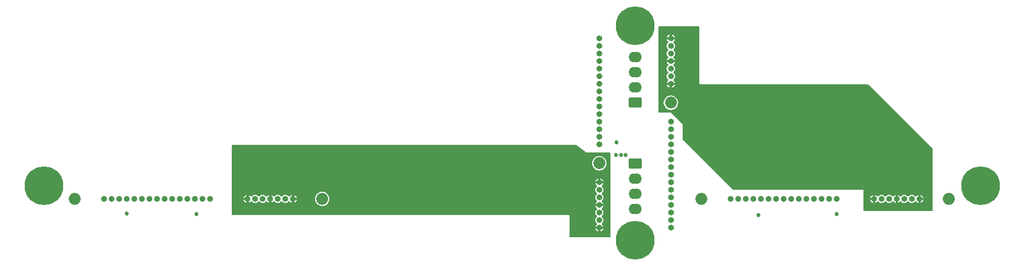
<source format=gbr>
%TF.GenerationSoftware,KiCad,Pcbnew,9.0.0*%
%TF.CreationDate,2025-06-18T14:15:24-07:00*%
%TF.ProjectId,1U Backplane,31552042-6163-46b7-906c-616e652e6b69,rev?*%
%TF.SameCoordinates,Original*%
%TF.FileFunction,Copper,L2,Inr*%
%TF.FilePolarity,Positive*%
%FSLAX46Y46*%
G04 Gerber Fmt 4.6, Leading zero omitted, Abs format (unit mm)*
G04 Created by KiCad (PCBNEW 9.0.0) date 2025-06-18 14:15:24*
%MOMM*%
%LPD*%
G01*
G04 APERTURE LIST*
G04 Aperture macros list*
%AMRoundRect*
0 Rectangle with rounded corners*
0 $1 Rounding radius*
0 $2 $3 $4 $5 $6 $7 $8 $9 X,Y pos of 4 corners*
0 Add a 4 corners polygon primitive as box body*
4,1,4,$2,$3,$4,$5,$6,$7,$8,$9,$2,$3,0*
0 Add four circle primitives for the rounded corners*
1,1,$1+$1,$2,$3*
1,1,$1+$1,$4,$5*
1,1,$1+$1,$6,$7*
1,1,$1+$1,$8,$9*
0 Add four rect primitives between the rounded corners*
20,1,$1+$1,$2,$3,$4,$5,0*
20,1,$1+$1,$4,$5,$6,$7,0*
20,1,$1+$1,$6,$7,$8,$9,0*
20,1,$1+$1,$8,$9,$2,$3,0*%
G04 Aperture macros list end*
%TA.AperFunction,ComponentPad*%
%ADD10C,6.500000*%
%TD*%
%TA.AperFunction,ComponentPad*%
%ADD11O,1.000000X1.000000*%
%TD*%
%TA.AperFunction,ComponentPad*%
%ADD12O,2.000000X2.000000*%
%TD*%
%TA.AperFunction,ComponentPad*%
%ADD13RoundRect,0.250000X-0.845000X0.620000X-0.845000X-0.620000X0.845000X-0.620000X0.845000X0.620000X0*%
%TD*%
%TA.AperFunction,ComponentPad*%
%ADD14O,2.190000X1.740000*%
%TD*%
%TA.AperFunction,ComponentPad*%
%ADD15RoundRect,0.250000X0.845000X-0.620000X0.845000X0.620000X-0.845000X0.620000X-0.845000X-0.620000X0*%
%TD*%
%TA.AperFunction,ViaPad*%
%ADD16C,0.685800*%
%TD*%
%TA.AperFunction,ViaPad*%
%ADD17C,0.450000*%
%TD*%
G04 APERTURE END LIST*
D10*
%TO.N,N/C*%
%TO.C,Pad_gge6706*%
X66000000Y-115750000D03*
%TD*%
D11*
%TO.N,/Right Drive/GNDS*%
%TO.C,J5*%
X159154000Y-122780000D03*
%TO.N,/Right Drive/TX+*%
X159154000Y-121510000D03*
%TO.N,/Right Drive/TX-*%
X159154000Y-120240000D03*
%TO.N,/Right Drive/GNDS*%
X159154000Y-118970000D03*
%TO.N,/Right Drive/RX-*%
X159154000Y-117700000D03*
%TO.N,/Right Drive/RX+*%
X159154000Y-116430000D03*
%TO.N,/Right Drive/GNDS*%
X159154000Y-115160000D03*
%TO.N,/Right Drive/+3.3V*%
X159154000Y-108800000D03*
X159154000Y-107530000D03*
%TO.N,/Right Drive/+3.3V_PWRDIS*%
X159154000Y-106260000D03*
%TO.N,/Right Drive/GNDPWR*%
X159154000Y-104990000D03*
X159154000Y-103720000D03*
X159154000Y-102450000D03*
%TO.N,/Right Drive/+5V*%
X159154000Y-101180000D03*
X159154000Y-99910000D03*
X159154000Y-98640000D03*
%TO.N,/Right Drive/GNDPWR*%
X159154000Y-97370000D03*
%TO.N,/Right Drive/RESERVED_HOST*%
X159154000Y-96100000D03*
%TO.N,/Right Drive/GNDPWR*%
X159154000Y-94830000D03*
%TO.N,/Right Drive/+12V*%
X159154000Y-93560000D03*
X159154000Y-92290000D03*
X159154000Y-91020000D03*
D12*
%TO.N,unconnected-(J5-Pad23)*%
X159154000Y-111979900D03*
%TD*%
D13*
%TO.N,/Left Drive/GNDPWR*%
%TO.C,J3*%
X165154000Y-112000000D03*
D14*
%TO.N,/Left Drive/+12V*%
X165154000Y-114540000D03*
%TO.N,unconnected-(J3-Pin_3-Pad3)*%
X165154000Y-117080000D03*
%TO.N,/PWM*%
X165154000Y-119620000D03*
%TD*%
D15*
%TO.N,/Right Drive/GNDPWR*%
%TO.C,J6*%
X165154000Y-101800000D03*
D14*
%TO.N,/Right Drive/+12V*%
X165154000Y-99260000D03*
%TO.N,unconnected-(J6-Pin_3-Pad3)*%
X165154000Y-96720000D03*
%TO.N,/PWM*%
X165154000Y-94180000D03*
%TD*%
D10*
%TO.N,N/C*%
%TO.C,Pad_gge8659*%
X165159800Y-124900000D03*
%TD*%
%TO.N,N/C*%
%TO.C,Pad_gge8716*%
X165159800Y-88900100D03*
%TD*%
%TO.N,N/C*%
%TO.C,Pad_gge8677*%
X223049700Y-115750000D03*
%TD*%
D11*
%TO.N,/Left Drive/GNDS*%
%TO.C,J2*%
X171154000Y-91020000D03*
%TO.N,/Left Drive/TX+*%
X171154000Y-92290000D03*
%TO.N,/Left Drive/TX-*%
X171154000Y-93560000D03*
%TO.N,/Left Drive/GNDS*%
X171154000Y-94830000D03*
%TO.N,/Left Drive/RX-*%
X171154000Y-96100000D03*
%TO.N,/Left Drive/RX+*%
X171154000Y-97370000D03*
%TO.N,/Left Drive/GNDS*%
X171154000Y-98640000D03*
%TO.N,/Left Drive/+3.3V*%
X171154000Y-105000000D03*
X171154000Y-106270000D03*
%TO.N,/Left Drive/+3.3V_PWRDIS*%
X171154000Y-107540000D03*
%TO.N,/Left Drive/GNDPWR*%
X171154000Y-108810000D03*
X171154000Y-110080000D03*
X171154000Y-111350000D03*
%TO.N,/Left Drive/+5V*%
X171154000Y-112620000D03*
X171154000Y-113890000D03*
X171154000Y-115160000D03*
%TO.N,/Left Drive/GNDPWR*%
X171154000Y-116430000D03*
%TO.N,/Left Drive/RESERVED_HOST*%
X171154000Y-117700000D03*
%TO.N,/Left Drive/GNDPWR*%
X171154000Y-118970000D03*
%TO.N,/Left Drive/+12V*%
X171154000Y-120240000D03*
X171154000Y-121510000D03*
X171154000Y-122780000D03*
D12*
%TO.N,unconnected-(J2-Pad23)*%
X171154000Y-101820100D03*
%TD*%
D11*
%TO.N,/Right Drive/GNDS*%
%TO.C,J4*%
X107779000Y-117950000D03*
%TO.N,/Right Drive/TX+*%
X106509000Y-117950000D03*
%TO.N,/Right Drive/TX-*%
X105239000Y-117950000D03*
%TO.N,/Right Drive/GNDS*%
X103969000Y-117950000D03*
%TO.N,/Right Drive/RX-*%
X102699000Y-117950000D03*
%TO.N,/Right Drive/RX+*%
X101429000Y-117950000D03*
%TO.N,/Right Drive/GNDS*%
X100159000Y-117950000D03*
%TO.N,/Right Drive/+3.3V*%
X93899200Y-117950000D03*
X92629200Y-117950000D03*
%TO.N,/Right Drive/+3.3V_PWRDIS*%
X91359200Y-117950000D03*
%TO.N,/Right Drive/GNDPWR*%
X90089200Y-117950000D03*
X88819200Y-117950000D03*
X87549200Y-117950000D03*
%TO.N,/Right Drive/+5V*%
X86279200Y-117950000D03*
X85009200Y-117950000D03*
X83739200Y-117950000D03*
%TO.N,/Right Drive/GNDPWR*%
X82469200Y-117950000D03*
%TO.N,/Right Drive/RESERVED_DRIVE*%
X81199200Y-117950000D03*
%TO.N,/Right Drive/GNDPWR*%
X79929200Y-117950000D03*
%TO.N,/Right Drive/+12V*%
X78659200Y-117950000D03*
X77389200Y-117950000D03*
X76119200Y-117950000D03*
D12*
%TO.N,unconnected-(J4-Pad23)*%
X112699000Y-117950000D03*
%TO.N,unconnected-(J4-Pad24)*%
X71199200Y-117950000D03*
%TD*%
D11*
%TO.N,/Left Drive/GNDS*%
%TO.C,J1*%
X212829000Y-117950000D03*
%TO.N,/Left Drive/TX+*%
X211559000Y-117950000D03*
%TO.N,/Left Drive/TX-*%
X210289000Y-117950000D03*
%TO.N,/Left Drive/GNDS*%
X209019000Y-117950000D03*
%TO.N,/Left Drive/RX-*%
X207749000Y-117950000D03*
%TO.N,/Left Drive/RX+*%
X206479000Y-117950000D03*
%TO.N,/Left Drive/GNDS*%
X205209000Y-117950000D03*
%TO.N,/Left Drive/+3.3V*%
X198949200Y-117950000D03*
X197679200Y-117950000D03*
%TO.N,/Left Drive/+3.3V_PWRDIS*%
X196409200Y-117950000D03*
%TO.N,/Left Drive/GNDPWR*%
X195139200Y-117950000D03*
X193869200Y-117950000D03*
X192599200Y-117950000D03*
%TO.N,/Left Drive/+5V*%
X191329200Y-117950000D03*
X190059200Y-117950000D03*
X188789200Y-117950000D03*
%TO.N,/Left Drive/GNDPWR*%
X187519200Y-117950000D03*
%TO.N,/Left Drive/RESERVED_DRIVE*%
X186249200Y-117950000D03*
%TO.N,/Left Drive/GNDPWR*%
X184979200Y-117950000D03*
%TO.N,/Left Drive/+12V*%
X183709200Y-117950000D03*
X182439200Y-117950000D03*
X181169200Y-117950000D03*
D12*
%TO.N,unconnected-(J1-Pad23)*%
X217749000Y-117950000D03*
%TO.N,unconnected-(J1-Pad24)*%
X176249200Y-117950000D03*
%TD*%
D16*
%TO.N,Net-(U1-T{slash}T)*%
X163599000Y-110600000D03*
%TO.N,Net-(D1-K-Pad2)*%
X162786197Y-110600000D03*
%TO.N,Net-(D1-K-Pad1)*%
X161999000Y-108500000D03*
D17*
%TO.N,/Left Drive/GNDS*%
X209199000Y-107100000D03*
X174199000Y-105200000D03*
X202999000Y-114200000D03*
X199999000Y-101800000D03*
X185999000Y-109000000D03*
X177099000Y-108600000D03*
X211899000Y-110000000D03*
X197999000Y-108000000D03*
X183999000Y-114200000D03*
X200999000Y-114200000D03*
X199999000Y-108000000D03*
X183999000Y-101800000D03*
X179599000Y-111200000D03*
X206399000Y-104600000D03*
X180299000Y-100500000D03*
X181999000Y-101800000D03*
X185999000Y-114200000D03*
X189999000Y-101800000D03*
X187999000Y-114200000D03*
X178799000Y-99400000D03*
X178399000Y-109900000D03*
X195999000Y-108000000D03*
X204999000Y-103300000D03*
X196999000Y-114200000D03*
X194999000Y-114200000D03*
X198099000Y-101800000D03*
X180799000Y-112700000D03*
X189999000Y-114200000D03*
X193999000Y-101800000D03*
X185999000Y-101800000D03*
X187999000Y-101800000D03*
X181999000Y-114200000D03*
X198999000Y-114200000D03*
X187999000Y-108000000D03*
D16*
X174899000Y-91000000D03*
D17*
X195999000Y-101800000D03*
X201999000Y-108000000D03*
X193999000Y-108000000D03*
X191999000Y-101800000D03*
X189999000Y-108000000D03*
X203799000Y-101800000D03*
X201999000Y-101800000D03*
X210599000Y-108600000D03*
X191999000Y-108000000D03*
X183999000Y-109000000D03*
X207699000Y-105800000D03*
X175399000Y-106600000D03*
%TO.N,/Right Drive/GNDS*%
X99999000Y-109800000D03*
X144999000Y-120000000D03*
X134999000Y-120000000D03*
X138999000Y-109800000D03*
X126999000Y-109800000D03*
X132999000Y-109800000D03*
X138999000Y-120000000D03*
X146999000Y-109800000D03*
X101999000Y-109800000D03*
X151099000Y-109800000D03*
X120999000Y-109800000D03*
X136999000Y-109800000D03*
X124999000Y-120000000D03*
X132999000Y-120000000D03*
X116999000Y-120000000D03*
X142999000Y-109800000D03*
X148999000Y-120000000D03*
X142999000Y-120000000D03*
X122999000Y-109800000D03*
X118899000Y-120000000D03*
X103999000Y-109800000D03*
X141099000Y-109800000D03*
X154999000Y-122000000D03*
X128999000Y-109800000D03*
X134999000Y-109800000D03*
X128999000Y-120000000D03*
X148999000Y-109800000D03*
X151099000Y-120000000D03*
X130999000Y-120000000D03*
X136999000Y-120000000D03*
X140999000Y-120000000D03*
X130999000Y-109800000D03*
X145099000Y-109800000D03*
X152999000Y-120000000D03*
X126999000Y-120000000D03*
X146999000Y-120000000D03*
X120999000Y-120000000D03*
X124999000Y-109800000D03*
X122999000Y-120000000D03*
D16*
%TO.N,Net-(D6-K)*%
X198924000Y-120500000D03*
%TO.N,Net-(D4-K)*%
X185824000Y-120657400D03*
%TO.N,Net-(D7-K)*%
X79899000Y-120432400D03*
%TO.N,Net-(D9-K)*%
X91599000Y-120500000D03*
%TO.N,/PWM*%
X161973394Y-110600000D03*
%TD*%
%TA.AperFunction,Conductor*%
%TO.N,/Left Drive/GNDS*%
G36*
X175857691Y-89019007D02*
G01*
X175893655Y-89068507D01*
X175898500Y-89099100D01*
X175898500Y-98539882D01*
X175929022Y-98613571D01*
X175929023Y-98613572D01*
X175929024Y-98613574D01*
X175985426Y-98669976D01*
X175985427Y-98669976D01*
X175985428Y-98669977D01*
X176059117Y-98700500D01*
X176059118Y-98700500D01*
X204162904Y-98700500D01*
X204221095Y-98719407D01*
X204232720Y-98729309D01*
X213552480Y-107999758D01*
X214969818Y-109409596D01*
X214997740Y-109464039D01*
X214999000Y-109479785D01*
X214999000Y-119901000D01*
X214980093Y-119959191D01*
X214930593Y-119995155D01*
X214900000Y-120000000D01*
X203498000Y-120000000D01*
X203439809Y-119981093D01*
X203403845Y-119931593D01*
X203399000Y-119901000D01*
X203399000Y-117750000D01*
X204535069Y-117750000D01*
X204891457Y-117750000D01*
X204859556Y-117805255D01*
X204834000Y-117900630D01*
X204834000Y-117999370D01*
X204859556Y-118094745D01*
X204891457Y-118150000D01*
X204535069Y-118150000D01*
X204535901Y-118154183D01*
X204535903Y-118154189D01*
X204588666Y-118281571D01*
X204665271Y-118396220D01*
X204762779Y-118493728D01*
X204877428Y-118570333D01*
X205004813Y-118623097D01*
X205004819Y-118623099D01*
X205009000Y-118623929D01*
X205009000Y-118267542D01*
X205064255Y-118299444D01*
X205159630Y-118325000D01*
X205258370Y-118325000D01*
X205353745Y-118299444D01*
X205409000Y-118267542D01*
X205409000Y-118623929D01*
X205413180Y-118623099D01*
X205413186Y-118623097D01*
X205540571Y-118570333D01*
X205655220Y-118493728D01*
X205752730Y-118396218D01*
X205761384Y-118383267D01*
X205809433Y-118345387D01*
X205870571Y-118342984D01*
X205921445Y-118376976D01*
X205926009Y-118383257D01*
X205934886Y-118396542D01*
X205934889Y-118396545D01*
X206032458Y-118494114D01*
X206147182Y-118570771D01*
X206147193Y-118570777D01*
X206167526Y-118579199D01*
X206274672Y-118623580D01*
X206410007Y-118650500D01*
X206410008Y-118650500D01*
X206547992Y-118650500D01*
X206547993Y-118650500D01*
X206683328Y-118623580D01*
X206810811Y-118570775D01*
X206811473Y-118570333D01*
X206812355Y-118569743D01*
X206925542Y-118494114D01*
X207023114Y-118396542D01*
X207031686Y-118383712D01*
X207079732Y-118345835D01*
X207140871Y-118343431D01*
X207191745Y-118377423D01*
X207196295Y-118383685D01*
X207204886Y-118396542D01*
X207204889Y-118396545D01*
X207204890Y-118396546D01*
X207302458Y-118494114D01*
X207417182Y-118570771D01*
X207417193Y-118570777D01*
X207437526Y-118579199D01*
X207544672Y-118623580D01*
X207680007Y-118650500D01*
X207680008Y-118650500D01*
X207817992Y-118650500D01*
X207817993Y-118650500D01*
X207953328Y-118623580D01*
X208080811Y-118570775D01*
X208081473Y-118570333D01*
X208082355Y-118569743D01*
X208195542Y-118494114D01*
X208293114Y-118396542D01*
X208301985Y-118383265D01*
X208350030Y-118345387D01*
X208411168Y-118342983D01*
X208462043Y-118376974D01*
X208466613Y-118383263D01*
X208475271Y-118396220D01*
X208572779Y-118493728D01*
X208687428Y-118570333D01*
X208814813Y-118623097D01*
X208814819Y-118623099D01*
X208819000Y-118623929D01*
X208819000Y-118267542D01*
X208874255Y-118299444D01*
X208969630Y-118325000D01*
X209068370Y-118325000D01*
X209163745Y-118299444D01*
X209219000Y-118267542D01*
X209219000Y-118623929D01*
X209223180Y-118623099D01*
X209223186Y-118623097D01*
X209350571Y-118570333D01*
X209465220Y-118493728D01*
X209562730Y-118396218D01*
X209571384Y-118383267D01*
X209619433Y-118345387D01*
X209680571Y-118342984D01*
X209731445Y-118376976D01*
X209736009Y-118383257D01*
X209744886Y-118396542D01*
X209744889Y-118396545D01*
X209842458Y-118494114D01*
X209957182Y-118570771D01*
X209957193Y-118570777D01*
X209977526Y-118579199D01*
X210084672Y-118623580D01*
X210220007Y-118650500D01*
X210220008Y-118650500D01*
X210357992Y-118650500D01*
X210357993Y-118650500D01*
X210493328Y-118623580D01*
X210620811Y-118570775D01*
X210621473Y-118570333D01*
X210622355Y-118569743D01*
X210735542Y-118494114D01*
X210833114Y-118396542D01*
X210841686Y-118383712D01*
X210889732Y-118345835D01*
X210950871Y-118343431D01*
X211001745Y-118377423D01*
X211006295Y-118383685D01*
X211014886Y-118396542D01*
X211014889Y-118396545D01*
X211014890Y-118396546D01*
X211112458Y-118494114D01*
X211227182Y-118570771D01*
X211227193Y-118570777D01*
X211247526Y-118579199D01*
X211354672Y-118623580D01*
X211490007Y-118650500D01*
X211490008Y-118650500D01*
X211627992Y-118650500D01*
X211627993Y-118650500D01*
X211763328Y-118623580D01*
X211890811Y-118570775D01*
X211891473Y-118570333D01*
X211892355Y-118569743D01*
X212005542Y-118494114D01*
X212103114Y-118396542D01*
X212111985Y-118383265D01*
X212160030Y-118345387D01*
X212221168Y-118342983D01*
X212272043Y-118376974D01*
X212276613Y-118383263D01*
X212285271Y-118396220D01*
X212382779Y-118493728D01*
X212497428Y-118570333D01*
X212624813Y-118623097D01*
X212624819Y-118623099D01*
X212629000Y-118623929D01*
X212629000Y-118267542D01*
X212684255Y-118299444D01*
X212779630Y-118325000D01*
X212878370Y-118325000D01*
X212973745Y-118299444D01*
X213029000Y-118267542D01*
X213029000Y-118623929D01*
X213033180Y-118623099D01*
X213033186Y-118623097D01*
X213160571Y-118570333D01*
X213275220Y-118493728D01*
X213372728Y-118396220D01*
X213449333Y-118281571D01*
X213502096Y-118154189D01*
X213502098Y-118154183D01*
X213502931Y-118150000D01*
X213146543Y-118150000D01*
X213178444Y-118094745D01*
X213204000Y-117999370D01*
X213204000Y-117900630D01*
X213178444Y-117805255D01*
X213146543Y-117750000D01*
X213502931Y-117750000D01*
X213502098Y-117745816D01*
X213502096Y-117745810D01*
X213449333Y-117618428D01*
X213372728Y-117503779D01*
X213275220Y-117406271D01*
X213160571Y-117329666D01*
X213033189Y-117276903D01*
X213033183Y-117276901D01*
X213029000Y-117276069D01*
X213029000Y-117632457D01*
X212973745Y-117600556D01*
X212878370Y-117575000D01*
X212779630Y-117575000D01*
X212684255Y-117600556D01*
X212629000Y-117632457D01*
X212629000Y-117276069D01*
X212624816Y-117276901D01*
X212624810Y-117276903D01*
X212497428Y-117329666D01*
X212382779Y-117406271D01*
X212285271Y-117503779D01*
X212276612Y-117516738D01*
X212228560Y-117554615D01*
X212167421Y-117557014D01*
X212116549Y-117523018D01*
X212111987Y-117516738D01*
X212103114Y-117503458D01*
X212005542Y-117405886D01*
X212005541Y-117405885D01*
X211890817Y-117329228D01*
X211890806Y-117329222D01*
X211763328Y-117276420D01*
X211627995Y-117249500D01*
X211627993Y-117249500D01*
X211490007Y-117249500D01*
X211490004Y-117249500D01*
X211354672Y-117276420D01*
X211354670Y-117276420D01*
X211227193Y-117329222D01*
X211227182Y-117329228D01*
X211112458Y-117405885D01*
X211014889Y-117503454D01*
X211014886Y-117503458D01*
X211006315Y-117516286D01*
X210958265Y-117554165D01*
X210897127Y-117556567D01*
X210846253Y-117522574D01*
X210841685Y-117516286D01*
X210833114Y-117503458D01*
X210735542Y-117405886D01*
X210735541Y-117405885D01*
X210620817Y-117329228D01*
X210620806Y-117329222D01*
X210493328Y-117276420D01*
X210357995Y-117249500D01*
X210357993Y-117249500D01*
X210220007Y-117249500D01*
X210220004Y-117249500D01*
X210084672Y-117276420D01*
X210084670Y-117276420D01*
X209957193Y-117329222D01*
X209957182Y-117329228D01*
X209842458Y-117405885D01*
X209744889Y-117503454D01*
X209744887Y-117503457D01*
X209736014Y-117516736D01*
X209687963Y-117554614D01*
X209626824Y-117557014D01*
X209575952Y-117523020D01*
X209571385Y-117516734D01*
X209562729Y-117503780D01*
X209465220Y-117406271D01*
X209350571Y-117329666D01*
X209223189Y-117276903D01*
X209223183Y-117276901D01*
X209219000Y-117276069D01*
X209219000Y-117632457D01*
X209163745Y-117600556D01*
X209068370Y-117575000D01*
X208969630Y-117575000D01*
X208874255Y-117600556D01*
X208819000Y-117632457D01*
X208819000Y-117276069D01*
X208814816Y-117276901D01*
X208814810Y-117276903D01*
X208687428Y-117329666D01*
X208572779Y-117406271D01*
X208475271Y-117503779D01*
X208466612Y-117516738D01*
X208418560Y-117554615D01*
X208357421Y-117557014D01*
X208306549Y-117523018D01*
X208301987Y-117516738D01*
X208293114Y-117503458D01*
X208195542Y-117405886D01*
X208195541Y-117405885D01*
X208080817Y-117329228D01*
X208080806Y-117329222D01*
X207953328Y-117276420D01*
X207817995Y-117249500D01*
X207817993Y-117249500D01*
X207680007Y-117249500D01*
X207680004Y-117249500D01*
X207544672Y-117276420D01*
X207544670Y-117276420D01*
X207417193Y-117329222D01*
X207417182Y-117329228D01*
X207302458Y-117405885D01*
X207204889Y-117503454D01*
X207204886Y-117503458D01*
X207196315Y-117516286D01*
X207148265Y-117554165D01*
X207087127Y-117556567D01*
X207036253Y-117522574D01*
X207031685Y-117516286D01*
X207023114Y-117503458D01*
X206925542Y-117405886D01*
X206925541Y-117405885D01*
X206810817Y-117329228D01*
X206810806Y-117329222D01*
X206683328Y-117276420D01*
X206547995Y-117249500D01*
X206547993Y-117249500D01*
X206410007Y-117249500D01*
X206410004Y-117249500D01*
X206274672Y-117276420D01*
X206274670Y-117276420D01*
X206147193Y-117329222D01*
X206147182Y-117329228D01*
X206032458Y-117405885D01*
X205934889Y-117503454D01*
X205934887Y-117503457D01*
X205926014Y-117516736D01*
X205877963Y-117554614D01*
X205816824Y-117557014D01*
X205765952Y-117523020D01*
X205761385Y-117516734D01*
X205752729Y-117503780D01*
X205655220Y-117406271D01*
X205540571Y-117329666D01*
X205413189Y-117276903D01*
X205413183Y-117276901D01*
X205409000Y-117276069D01*
X205409000Y-117632457D01*
X205353745Y-117600556D01*
X205258370Y-117575000D01*
X205159630Y-117575000D01*
X205064255Y-117600556D01*
X205009000Y-117632457D01*
X205009000Y-117276069D01*
X205004816Y-117276901D01*
X205004810Y-117276903D01*
X204877428Y-117329666D01*
X204762779Y-117406271D01*
X204665271Y-117503779D01*
X204588666Y-117618428D01*
X204535903Y-117745810D01*
X204535901Y-117745816D01*
X204535069Y-117750000D01*
X203399000Y-117750000D01*
X203399000Y-116400001D01*
X203399000Y-116400000D01*
X203398999Y-116400000D01*
X181540008Y-116400000D01*
X181481817Y-116381093D01*
X181470004Y-116371004D01*
X173127754Y-108028754D01*
X173099977Y-107974237D01*
X173098758Y-107958756D01*
X173098795Y-105424634D01*
X171174190Y-103500000D01*
X169198100Y-103500000D01*
X169139909Y-103481093D01*
X169103945Y-103431593D01*
X169099100Y-103401000D01*
X169099100Y-101725615D01*
X169953500Y-101725615D01*
X169953500Y-101914584D01*
X169983058Y-102101213D01*
X169983060Y-102101218D01*
X170041453Y-102280932D01*
X170127240Y-102449299D01*
X170238310Y-102602173D01*
X170371927Y-102735790D01*
X170524801Y-102846860D01*
X170693168Y-102932647D01*
X170872882Y-102991040D01*
X170872883Y-102991040D01*
X170872886Y-102991041D01*
X171059516Y-103020600D01*
X171059519Y-103020600D01*
X171248484Y-103020600D01*
X171435113Y-102991041D01*
X171435114Y-102991040D01*
X171435118Y-102991040D01*
X171614832Y-102932647D01*
X171783199Y-102846860D01*
X171936073Y-102735790D01*
X172069690Y-102602173D01*
X172180760Y-102449299D01*
X172266547Y-102280932D01*
X172324940Y-102101218D01*
X172354500Y-101914581D01*
X172354500Y-101725619D01*
X172354500Y-101725615D01*
X172324941Y-101538986D01*
X172324940Y-101538982D01*
X172266547Y-101359268D01*
X172180760Y-101190901D01*
X172069690Y-101038027D01*
X171936073Y-100904410D01*
X171783199Y-100793340D01*
X171783198Y-100793339D01*
X171783196Y-100793338D01*
X171614832Y-100707553D01*
X171435113Y-100649158D01*
X171248484Y-100619600D01*
X171248481Y-100619600D01*
X171059519Y-100619600D01*
X171059516Y-100619600D01*
X170872886Y-100649158D01*
X170693167Y-100707553D01*
X170524803Y-100793338D01*
X170371928Y-100904409D01*
X170238309Y-101038028D01*
X170127238Y-101190903D01*
X170041453Y-101359267D01*
X169983058Y-101538986D01*
X169953500Y-101725615D01*
X169099100Y-101725615D01*
X169099100Y-92221004D01*
X170453500Y-92221004D01*
X170453500Y-92358995D01*
X170480420Y-92494327D01*
X170480420Y-92494329D01*
X170533222Y-92621806D01*
X170533228Y-92621817D01*
X170609885Y-92736541D01*
X170609886Y-92736542D01*
X170707458Y-92834114D01*
X170720286Y-92842685D01*
X170758165Y-92890735D01*
X170760567Y-92951873D01*
X170726574Y-93002747D01*
X170720293Y-93007309D01*
X170707458Y-93015886D01*
X170707454Y-93015889D01*
X170609885Y-93113458D01*
X170533228Y-93228182D01*
X170533222Y-93228193D01*
X170480420Y-93355670D01*
X170480420Y-93355672D01*
X170453500Y-93491004D01*
X170453500Y-93628995D01*
X170480420Y-93764327D01*
X170480420Y-93764329D01*
X170533222Y-93891806D01*
X170533228Y-93891817D01*
X170609885Y-94006541D01*
X170609886Y-94006542D01*
X170707458Y-94104114D01*
X170720734Y-94112985D01*
X170758613Y-94161033D01*
X170761015Y-94222171D01*
X170727023Y-94273045D01*
X170720738Y-94277612D01*
X170707779Y-94286271D01*
X170610271Y-94383779D01*
X170533666Y-94498428D01*
X170480903Y-94625810D01*
X170480901Y-94625816D01*
X170480069Y-94630000D01*
X170836457Y-94630000D01*
X170804556Y-94685255D01*
X170779000Y-94780630D01*
X170779000Y-94879370D01*
X170804556Y-94974745D01*
X170836457Y-95030000D01*
X170480069Y-95030000D01*
X170480901Y-95034183D01*
X170480903Y-95034189D01*
X170533666Y-95161571D01*
X170610271Y-95276220D01*
X170707780Y-95373729D01*
X170720734Y-95382385D01*
X170758613Y-95430436D01*
X170761015Y-95491574D01*
X170727021Y-95542447D01*
X170720737Y-95547012D01*
X170720735Y-95547015D01*
X170707457Y-95555887D01*
X170707454Y-95555889D01*
X170609885Y-95653458D01*
X170533228Y-95768182D01*
X170533222Y-95768193D01*
X170480420Y-95895670D01*
X170480420Y-95895672D01*
X170453500Y-96031004D01*
X170453500Y-96168995D01*
X170480420Y-96304327D01*
X170480420Y-96304329D01*
X170533222Y-96431806D01*
X170533228Y-96431817D01*
X170609885Y-96546541D01*
X170609886Y-96546542D01*
X170707458Y-96644114D01*
X170720286Y-96652685D01*
X170758165Y-96700735D01*
X170760567Y-96761873D01*
X170726574Y-96812747D01*
X170720293Y-96817309D01*
X170707458Y-96825886D01*
X170707454Y-96825889D01*
X170609885Y-96923458D01*
X170533228Y-97038182D01*
X170533222Y-97038193D01*
X170480420Y-97165670D01*
X170480420Y-97165672D01*
X170453500Y-97301004D01*
X170453500Y-97438995D01*
X170480420Y-97574327D01*
X170480420Y-97574329D01*
X170533222Y-97701806D01*
X170533228Y-97701817D01*
X170609885Y-97816541D01*
X170609886Y-97816542D01*
X170707458Y-97914114D01*
X170720734Y-97922985D01*
X170758613Y-97971033D01*
X170761015Y-98032171D01*
X170727023Y-98083045D01*
X170720738Y-98087612D01*
X170707779Y-98096271D01*
X170610271Y-98193779D01*
X170533666Y-98308428D01*
X170480903Y-98435810D01*
X170480901Y-98435816D01*
X170480069Y-98440000D01*
X170836457Y-98440000D01*
X170804556Y-98495255D01*
X170779000Y-98590630D01*
X170779000Y-98689370D01*
X170804556Y-98784745D01*
X170836457Y-98840000D01*
X170480069Y-98840000D01*
X170480901Y-98844183D01*
X170480903Y-98844189D01*
X170533666Y-98971571D01*
X170610271Y-99086220D01*
X170707779Y-99183728D01*
X170822428Y-99260333D01*
X170949813Y-99313097D01*
X170949819Y-99313099D01*
X170954000Y-99313929D01*
X170954000Y-98957542D01*
X171009255Y-98989444D01*
X171104630Y-99015000D01*
X171203370Y-99015000D01*
X171298745Y-98989444D01*
X171354000Y-98957542D01*
X171354000Y-99313929D01*
X171358180Y-99313099D01*
X171358186Y-99313097D01*
X171485571Y-99260333D01*
X171600220Y-99183728D01*
X171697728Y-99086220D01*
X171774333Y-98971571D01*
X171827096Y-98844189D01*
X171827098Y-98844183D01*
X171827931Y-98840000D01*
X171471543Y-98840000D01*
X171503444Y-98784745D01*
X171529000Y-98689370D01*
X171529000Y-98590630D01*
X171503444Y-98495255D01*
X171471543Y-98440000D01*
X171827931Y-98440000D01*
X171827098Y-98435816D01*
X171827096Y-98435810D01*
X171774333Y-98308428D01*
X171697728Y-98193779D01*
X171600220Y-98096271D01*
X171587263Y-98087613D01*
X171549385Y-98039562D01*
X171546985Y-97978424D01*
X171580979Y-97927551D01*
X171587243Y-97922999D01*
X171600542Y-97914114D01*
X171698114Y-97816542D01*
X171774775Y-97701811D01*
X171827580Y-97574328D01*
X171854500Y-97438993D01*
X171854500Y-97301007D01*
X171827580Y-97165672D01*
X171774775Y-97038189D01*
X171774774Y-97038187D01*
X171774771Y-97038182D01*
X171698114Y-96923458D01*
X171600546Y-96825890D01*
X171600545Y-96825889D01*
X171600542Y-96825886D01*
X171587712Y-96817313D01*
X171549835Y-96769268D01*
X171547431Y-96708129D01*
X171581423Y-96657255D01*
X171587685Y-96652704D01*
X171600542Y-96644114D01*
X171698114Y-96546542D01*
X171774775Y-96431811D01*
X171827580Y-96304328D01*
X171854500Y-96168993D01*
X171854500Y-96031007D01*
X171827580Y-95895672D01*
X171774775Y-95768189D01*
X171774774Y-95768187D01*
X171774771Y-95768182D01*
X171698114Y-95653458D01*
X171600545Y-95555889D01*
X171600542Y-95555886D01*
X171587264Y-95547014D01*
X171549386Y-95498965D01*
X171546984Y-95437827D01*
X171580977Y-95386953D01*
X171587267Y-95382384D01*
X171600218Y-95373730D01*
X171697728Y-95276220D01*
X171774333Y-95161571D01*
X171827096Y-95034189D01*
X171827098Y-95034183D01*
X171827931Y-95030000D01*
X171471543Y-95030000D01*
X171503444Y-94974745D01*
X171529000Y-94879370D01*
X171529000Y-94780630D01*
X171503444Y-94685255D01*
X171471543Y-94630000D01*
X171827931Y-94630000D01*
X171827098Y-94625816D01*
X171827096Y-94625810D01*
X171774333Y-94498428D01*
X171697728Y-94383779D01*
X171600220Y-94286271D01*
X171587263Y-94277613D01*
X171549385Y-94229562D01*
X171546985Y-94168424D01*
X171580979Y-94117551D01*
X171587243Y-94112999D01*
X171600542Y-94104114D01*
X171698114Y-94006542D01*
X171774775Y-93891811D01*
X171827580Y-93764328D01*
X171854500Y-93628993D01*
X171854500Y-93491007D01*
X171827580Y-93355672D01*
X171774775Y-93228189D01*
X171774774Y-93228187D01*
X171774771Y-93228182D01*
X171698114Y-93113458D01*
X171600546Y-93015890D01*
X171600545Y-93015889D01*
X171600542Y-93015886D01*
X171587712Y-93007313D01*
X171549835Y-92959268D01*
X171547431Y-92898129D01*
X171581423Y-92847255D01*
X171587685Y-92842704D01*
X171600542Y-92834114D01*
X171698114Y-92736542D01*
X171774775Y-92621811D01*
X171827580Y-92494328D01*
X171854500Y-92358993D01*
X171854500Y-92221007D01*
X171827580Y-92085672D01*
X171774775Y-91958189D01*
X171774774Y-91958187D01*
X171774771Y-91958182D01*
X171698114Y-91843458D01*
X171600545Y-91745889D01*
X171600542Y-91745886D01*
X171587264Y-91737014D01*
X171549386Y-91688965D01*
X171546984Y-91627827D01*
X171580977Y-91576953D01*
X171587267Y-91572384D01*
X171600218Y-91563730D01*
X171697728Y-91466220D01*
X171774333Y-91351571D01*
X171827096Y-91224189D01*
X171827098Y-91224183D01*
X171827931Y-91220000D01*
X171471543Y-91220000D01*
X171503444Y-91164745D01*
X171529000Y-91069370D01*
X171529000Y-90970630D01*
X171503444Y-90875255D01*
X171471543Y-90820000D01*
X171827931Y-90820000D01*
X171827098Y-90815816D01*
X171827096Y-90815810D01*
X171774333Y-90688428D01*
X171697728Y-90573779D01*
X171600220Y-90476271D01*
X171485571Y-90399666D01*
X171358189Y-90346903D01*
X171358183Y-90346901D01*
X171354000Y-90346069D01*
X171354000Y-90702457D01*
X171298745Y-90670556D01*
X171203370Y-90645000D01*
X171104630Y-90645000D01*
X171009255Y-90670556D01*
X170954000Y-90702457D01*
X170954000Y-90346069D01*
X170949816Y-90346901D01*
X170949810Y-90346903D01*
X170822428Y-90399666D01*
X170707779Y-90476271D01*
X170610271Y-90573779D01*
X170533666Y-90688428D01*
X170480903Y-90815810D01*
X170480901Y-90815816D01*
X170480069Y-90820000D01*
X170836457Y-90820000D01*
X170804556Y-90875255D01*
X170779000Y-90970630D01*
X170779000Y-91069370D01*
X170804556Y-91164745D01*
X170836457Y-91220000D01*
X170480069Y-91220000D01*
X170480901Y-91224183D01*
X170480903Y-91224189D01*
X170533666Y-91351571D01*
X170610271Y-91466220D01*
X170707780Y-91563729D01*
X170720734Y-91572385D01*
X170758613Y-91620436D01*
X170761015Y-91681574D01*
X170727021Y-91732447D01*
X170720737Y-91737012D01*
X170720735Y-91737015D01*
X170707457Y-91745887D01*
X170707454Y-91745889D01*
X170609885Y-91843458D01*
X170533228Y-91958182D01*
X170533222Y-91958193D01*
X170480420Y-92085670D01*
X170480420Y-92085672D01*
X170453500Y-92221004D01*
X169099100Y-92221004D01*
X169099100Y-89099100D01*
X169118007Y-89040909D01*
X169167507Y-89004945D01*
X169198100Y-89000100D01*
X175799500Y-89000100D01*
X175857691Y-89019007D01*
G37*
%TD.AperFunction*%
%TD*%
%TA.AperFunction,Conductor*%
%TO.N,/Right Drive/GNDS*%
G36*
X155251588Y-108918907D02*
G01*
X155251829Y-108919083D01*
X156999000Y-110200000D01*
X160900000Y-110200000D01*
X160958191Y-110218907D01*
X160994155Y-110268407D01*
X160999000Y-110299000D01*
X160999000Y-124301000D01*
X160980093Y-124359191D01*
X160930593Y-124395155D01*
X160900000Y-124400000D01*
X154298500Y-124400000D01*
X154240309Y-124381093D01*
X154204345Y-124331593D01*
X154199500Y-124301000D01*
X154199500Y-120860117D01*
X154168977Y-120786428D01*
X154168976Y-120786427D01*
X154168976Y-120786426D01*
X154112574Y-120730024D01*
X154112572Y-120730023D01*
X154112571Y-120730022D01*
X154038883Y-120699500D01*
X154038882Y-120699500D01*
X97647154Y-120699500D01*
X97588963Y-120680593D01*
X97552999Y-120631093D01*
X97548154Y-120600492D01*
X97548157Y-120571817D01*
X97548368Y-117750000D01*
X99485069Y-117750000D01*
X99841457Y-117750000D01*
X99809556Y-117805255D01*
X99784000Y-117900630D01*
X99784000Y-117999370D01*
X99809556Y-118094745D01*
X99841457Y-118150000D01*
X99485069Y-118150000D01*
X99485901Y-118154183D01*
X99485903Y-118154189D01*
X99538666Y-118281571D01*
X99615271Y-118396220D01*
X99712779Y-118493728D01*
X99827428Y-118570333D01*
X99954813Y-118623097D01*
X99954819Y-118623099D01*
X99959000Y-118623929D01*
X99959000Y-118267542D01*
X100014255Y-118299444D01*
X100109630Y-118325000D01*
X100208370Y-118325000D01*
X100303745Y-118299444D01*
X100359000Y-118267542D01*
X100359000Y-118623929D01*
X100363180Y-118623099D01*
X100363186Y-118623097D01*
X100490571Y-118570333D01*
X100605220Y-118493728D01*
X100702730Y-118396218D01*
X100711384Y-118383267D01*
X100759433Y-118345387D01*
X100820571Y-118342984D01*
X100871445Y-118376976D01*
X100876009Y-118383257D01*
X100884886Y-118396542D01*
X100884889Y-118396545D01*
X100982458Y-118494114D01*
X101097182Y-118570771D01*
X101097193Y-118570777D01*
X101117519Y-118579196D01*
X101224672Y-118623580D01*
X101360007Y-118650500D01*
X101360008Y-118650500D01*
X101497992Y-118650500D01*
X101497993Y-118650500D01*
X101633328Y-118623580D01*
X101760811Y-118570775D01*
X101761473Y-118570333D01*
X101831145Y-118523779D01*
X101875542Y-118494114D01*
X101973114Y-118396542D01*
X101981686Y-118383712D01*
X102029732Y-118345835D01*
X102090871Y-118343431D01*
X102141745Y-118377423D01*
X102146295Y-118383685D01*
X102154886Y-118396542D01*
X102154889Y-118396545D01*
X102154890Y-118396546D01*
X102252458Y-118494114D01*
X102367182Y-118570771D01*
X102367193Y-118570777D01*
X102387519Y-118579196D01*
X102494672Y-118623580D01*
X102630007Y-118650500D01*
X102630008Y-118650500D01*
X102767992Y-118650500D01*
X102767993Y-118650500D01*
X102903328Y-118623580D01*
X103030811Y-118570775D01*
X103031473Y-118570333D01*
X103101145Y-118523779D01*
X103145542Y-118494114D01*
X103243114Y-118396542D01*
X103251985Y-118383265D01*
X103300030Y-118345387D01*
X103361168Y-118342983D01*
X103412043Y-118376974D01*
X103416613Y-118383263D01*
X103425271Y-118396220D01*
X103522779Y-118493728D01*
X103637428Y-118570333D01*
X103764813Y-118623097D01*
X103764819Y-118623099D01*
X103769000Y-118623929D01*
X103769000Y-118267542D01*
X103824255Y-118299444D01*
X103919630Y-118325000D01*
X104018370Y-118325000D01*
X104113745Y-118299444D01*
X104169000Y-118267542D01*
X104169000Y-118623929D01*
X104173180Y-118623099D01*
X104173186Y-118623097D01*
X104300571Y-118570333D01*
X104415220Y-118493728D01*
X104512730Y-118396218D01*
X104521384Y-118383267D01*
X104569433Y-118345387D01*
X104630571Y-118342984D01*
X104681445Y-118376976D01*
X104686009Y-118383257D01*
X104694886Y-118396542D01*
X104694889Y-118396545D01*
X104792458Y-118494114D01*
X104907182Y-118570771D01*
X104907193Y-118570777D01*
X104927519Y-118579196D01*
X105034672Y-118623580D01*
X105170007Y-118650500D01*
X105170008Y-118650500D01*
X105307992Y-118650500D01*
X105307993Y-118650500D01*
X105443328Y-118623580D01*
X105570811Y-118570775D01*
X105571473Y-118570333D01*
X105641145Y-118523779D01*
X105685542Y-118494114D01*
X105783114Y-118396542D01*
X105791686Y-118383712D01*
X105839732Y-118345835D01*
X105900871Y-118343431D01*
X105951745Y-118377423D01*
X105956295Y-118383685D01*
X105964886Y-118396542D01*
X105964889Y-118396545D01*
X105964890Y-118396546D01*
X106062458Y-118494114D01*
X106177182Y-118570771D01*
X106177193Y-118570777D01*
X106197519Y-118579196D01*
X106304672Y-118623580D01*
X106440007Y-118650500D01*
X106440008Y-118650500D01*
X106577992Y-118650500D01*
X106577993Y-118650500D01*
X106713328Y-118623580D01*
X106840811Y-118570775D01*
X106841473Y-118570333D01*
X106911145Y-118523779D01*
X106955542Y-118494114D01*
X107053114Y-118396542D01*
X107061985Y-118383265D01*
X107110030Y-118345387D01*
X107171168Y-118342983D01*
X107222043Y-118376974D01*
X107226613Y-118383263D01*
X107235271Y-118396220D01*
X107332779Y-118493728D01*
X107447428Y-118570333D01*
X107574813Y-118623097D01*
X107574819Y-118623099D01*
X107579000Y-118623929D01*
X107579000Y-118267542D01*
X107634255Y-118299444D01*
X107729630Y-118325000D01*
X107828370Y-118325000D01*
X107923745Y-118299444D01*
X107979000Y-118267542D01*
X107979000Y-118623929D01*
X107983180Y-118623099D01*
X107983186Y-118623097D01*
X108110571Y-118570333D01*
X108225220Y-118493728D01*
X108322728Y-118396220D01*
X108399333Y-118281571D01*
X108452096Y-118154189D01*
X108452098Y-118154183D01*
X108452931Y-118150000D01*
X108096543Y-118150000D01*
X108128444Y-118094745D01*
X108154000Y-117999370D01*
X108154000Y-117900630D01*
X108141911Y-117855515D01*
X111498500Y-117855515D01*
X111498500Y-118044484D01*
X111528058Y-118231113D01*
X111586453Y-118410832D01*
X111667948Y-118570777D01*
X111672240Y-118579199D01*
X111783310Y-118732073D01*
X111916927Y-118865690D01*
X112069801Y-118976760D01*
X112238168Y-119062547D01*
X112417882Y-119120940D01*
X112417883Y-119120940D01*
X112417886Y-119120941D01*
X112604516Y-119150500D01*
X112604519Y-119150500D01*
X112793484Y-119150500D01*
X112980113Y-119120941D01*
X112980114Y-119120940D01*
X112980118Y-119120940D01*
X113159832Y-119062547D01*
X113328199Y-118976760D01*
X113481073Y-118865690D01*
X113614690Y-118732073D01*
X113725760Y-118579199D01*
X113811547Y-118410832D01*
X113869940Y-118231118D01*
X113882102Y-118154328D01*
X113899500Y-118044484D01*
X113899500Y-117855515D01*
X113869941Y-117668886D01*
X113857634Y-117631008D01*
X113811547Y-117489168D01*
X113725760Y-117320801D01*
X113614690Y-117167927D01*
X113481073Y-117034310D01*
X113328199Y-116923240D01*
X113328198Y-116923239D01*
X113328196Y-116923238D01*
X113159832Y-116837453D01*
X112980113Y-116779058D01*
X112793484Y-116749500D01*
X112793481Y-116749500D01*
X112604519Y-116749500D01*
X112604516Y-116749500D01*
X112417886Y-116779058D01*
X112238167Y-116837453D01*
X112069803Y-116923238D01*
X111916928Y-117034309D01*
X111783309Y-117167928D01*
X111672238Y-117320803D01*
X111586453Y-117489167D01*
X111528058Y-117668886D01*
X111498500Y-117855515D01*
X108141911Y-117855515D01*
X108128444Y-117805255D01*
X108096543Y-117750000D01*
X108452931Y-117750000D01*
X108452098Y-117745816D01*
X108452096Y-117745810D01*
X108399333Y-117618428D01*
X108322728Y-117503779D01*
X108225220Y-117406271D01*
X108110571Y-117329666D01*
X107983189Y-117276903D01*
X107983183Y-117276901D01*
X107979000Y-117276069D01*
X107979000Y-117632457D01*
X107923745Y-117600556D01*
X107828370Y-117575000D01*
X107729630Y-117575000D01*
X107634255Y-117600556D01*
X107579000Y-117632457D01*
X107579000Y-117276069D01*
X107574816Y-117276901D01*
X107574810Y-117276903D01*
X107447428Y-117329666D01*
X107332779Y-117406271D01*
X107235271Y-117503779D01*
X107226612Y-117516738D01*
X107178560Y-117554615D01*
X107117421Y-117557014D01*
X107066549Y-117523018D01*
X107061987Y-117516738D01*
X107053114Y-117503458D01*
X106955542Y-117405886D01*
X106955541Y-117405885D01*
X106840817Y-117329228D01*
X106840806Y-117329222D01*
X106713328Y-117276420D01*
X106577995Y-117249500D01*
X106577993Y-117249500D01*
X106440007Y-117249500D01*
X106440004Y-117249500D01*
X106304672Y-117276420D01*
X106304670Y-117276420D01*
X106177193Y-117329222D01*
X106177182Y-117329228D01*
X106062458Y-117405885D01*
X105964889Y-117503454D01*
X105964886Y-117503458D01*
X105956315Y-117516286D01*
X105908265Y-117554165D01*
X105847127Y-117556567D01*
X105796253Y-117522574D01*
X105791685Y-117516286D01*
X105783114Y-117503458D01*
X105685542Y-117405886D01*
X105685541Y-117405885D01*
X105570817Y-117329228D01*
X105570806Y-117329222D01*
X105443328Y-117276420D01*
X105307995Y-117249500D01*
X105307993Y-117249500D01*
X105170007Y-117249500D01*
X105170004Y-117249500D01*
X105034672Y-117276420D01*
X105034670Y-117276420D01*
X104907193Y-117329222D01*
X104907182Y-117329228D01*
X104792458Y-117405885D01*
X104694889Y-117503454D01*
X104694887Y-117503457D01*
X104686014Y-117516736D01*
X104637963Y-117554614D01*
X104576824Y-117557014D01*
X104525952Y-117523020D01*
X104521385Y-117516734D01*
X104512729Y-117503780D01*
X104415220Y-117406271D01*
X104300571Y-117329666D01*
X104173189Y-117276903D01*
X104173183Y-117276901D01*
X104169000Y-117276069D01*
X104169000Y-117632457D01*
X104113745Y-117600556D01*
X104018370Y-117575000D01*
X103919630Y-117575000D01*
X103824255Y-117600556D01*
X103769000Y-117632457D01*
X103769000Y-117276069D01*
X103764816Y-117276901D01*
X103764810Y-117276903D01*
X103637428Y-117329666D01*
X103522779Y-117406271D01*
X103425271Y-117503779D01*
X103416612Y-117516738D01*
X103368560Y-117554615D01*
X103307421Y-117557014D01*
X103256549Y-117523018D01*
X103251987Y-117516738D01*
X103243114Y-117503458D01*
X103145542Y-117405886D01*
X103145541Y-117405885D01*
X103030817Y-117329228D01*
X103030806Y-117329222D01*
X102903328Y-117276420D01*
X102767995Y-117249500D01*
X102767993Y-117249500D01*
X102630007Y-117249500D01*
X102630004Y-117249500D01*
X102494672Y-117276420D01*
X102494670Y-117276420D01*
X102367193Y-117329222D01*
X102367182Y-117329228D01*
X102252458Y-117405885D01*
X102154889Y-117503454D01*
X102154886Y-117503458D01*
X102146315Y-117516286D01*
X102098265Y-117554165D01*
X102037127Y-117556567D01*
X101986253Y-117522574D01*
X101981685Y-117516286D01*
X101973114Y-117503458D01*
X101875542Y-117405886D01*
X101875541Y-117405885D01*
X101760817Y-117329228D01*
X101760806Y-117329222D01*
X101633328Y-117276420D01*
X101497995Y-117249500D01*
X101497993Y-117249500D01*
X101360007Y-117249500D01*
X101360004Y-117249500D01*
X101224672Y-117276420D01*
X101224670Y-117276420D01*
X101097193Y-117329222D01*
X101097182Y-117329228D01*
X100982458Y-117405885D01*
X100884889Y-117503454D01*
X100884887Y-117503457D01*
X100876014Y-117516736D01*
X100827963Y-117554614D01*
X100766824Y-117557014D01*
X100715952Y-117523020D01*
X100711385Y-117516734D01*
X100702729Y-117503780D01*
X100605220Y-117406271D01*
X100490571Y-117329666D01*
X100363189Y-117276903D01*
X100363183Y-117276901D01*
X100359000Y-117276069D01*
X100359000Y-117632457D01*
X100303745Y-117600556D01*
X100208370Y-117575000D01*
X100109630Y-117575000D01*
X100014255Y-117600556D01*
X99959000Y-117632457D01*
X99959000Y-117276069D01*
X99954816Y-117276901D01*
X99954810Y-117276903D01*
X99827428Y-117329666D01*
X99712779Y-117406271D01*
X99615271Y-117503779D01*
X99538666Y-117618428D01*
X99485903Y-117745810D01*
X99485901Y-117745816D01*
X99485069Y-117750000D01*
X97548368Y-117750000D01*
X97548462Y-116498991D01*
X97548473Y-116361004D01*
X158453500Y-116361004D01*
X158453500Y-116498995D01*
X158480420Y-116634327D01*
X158480420Y-116634329D01*
X158533222Y-116761806D01*
X158533228Y-116761817D01*
X158544750Y-116779060D01*
X158609886Y-116876542D01*
X158707458Y-116974114D01*
X158720286Y-116982685D01*
X158758165Y-117030735D01*
X158760567Y-117091873D01*
X158726574Y-117142747D01*
X158720293Y-117147309D01*
X158707458Y-117155886D01*
X158707454Y-117155889D01*
X158609885Y-117253458D01*
X158533228Y-117368182D01*
X158533222Y-117368193D01*
X158480420Y-117495670D01*
X158480420Y-117495672D01*
X158453500Y-117631004D01*
X158453500Y-117631007D01*
X158453500Y-117768993D01*
X158479684Y-117900630D01*
X158480420Y-117904327D01*
X158480420Y-117904329D01*
X158533222Y-118031806D01*
X158533228Y-118031817D01*
X158575276Y-118094745D01*
X158609886Y-118146542D01*
X158707458Y-118244114D01*
X158720734Y-118252985D01*
X158758613Y-118301033D01*
X158761015Y-118362171D01*
X158727023Y-118413045D01*
X158720738Y-118417612D01*
X158707779Y-118426271D01*
X158610271Y-118523779D01*
X158533666Y-118638428D01*
X158480903Y-118765810D01*
X158480901Y-118765816D01*
X158480069Y-118770000D01*
X158836457Y-118770000D01*
X158804556Y-118825255D01*
X158779000Y-118920630D01*
X158779000Y-119019370D01*
X158804556Y-119114745D01*
X158836457Y-119170000D01*
X158480069Y-119170000D01*
X158480901Y-119174183D01*
X158480903Y-119174189D01*
X158533666Y-119301571D01*
X158610271Y-119416220D01*
X158707780Y-119513729D01*
X158720734Y-119522385D01*
X158758613Y-119570436D01*
X158761015Y-119631574D01*
X158727021Y-119682447D01*
X158720737Y-119687012D01*
X158720735Y-119687015D01*
X158707457Y-119695887D01*
X158707454Y-119695889D01*
X158609885Y-119793458D01*
X158533228Y-119908182D01*
X158533222Y-119908193D01*
X158480420Y-120035670D01*
X158480420Y-120035672D01*
X158453500Y-120171004D01*
X158453500Y-120308995D01*
X158480420Y-120444327D01*
X158480420Y-120444329D01*
X158533222Y-120571806D01*
X158533228Y-120571817D01*
X158605911Y-120680593D01*
X158609886Y-120686542D01*
X158707458Y-120784114D01*
X158720286Y-120792685D01*
X158758165Y-120840735D01*
X158760567Y-120901873D01*
X158726574Y-120952747D01*
X158720293Y-120957309D01*
X158707458Y-120965886D01*
X158707454Y-120965889D01*
X158609885Y-121063458D01*
X158533228Y-121178182D01*
X158533222Y-121178193D01*
X158480420Y-121305670D01*
X158480420Y-121305672D01*
X158453500Y-121441004D01*
X158453500Y-121578995D01*
X158480420Y-121714327D01*
X158480420Y-121714329D01*
X158533222Y-121841806D01*
X158533228Y-121841817D01*
X158609885Y-121956541D01*
X158609886Y-121956542D01*
X158707458Y-122054114D01*
X158720734Y-122062985D01*
X158758613Y-122111033D01*
X158761015Y-122172171D01*
X158727023Y-122223045D01*
X158720738Y-122227612D01*
X158707779Y-122236271D01*
X158610271Y-122333779D01*
X158533666Y-122448428D01*
X158480903Y-122575810D01*
X158480901Y-122575816D01*
X158480069Y-122580000D01*
X158836457Y-122580000D01*
X158804556Y-122635255D01*
X158779000Y-122730630D01*
X158779000Y-122829370D01*
X158804556Y-122924745D01*
X158836457Y-122980000D01*
X158480069Y-122980000D01*
X158480901Y-122984183D01*
X158480903Y-122984189D01*
X158533666Y-123111571D01*
X158610271Y-123226220D01*
X158707779Y-123323728D01*
X158822428Y-123400333D01*
X158949813Y-123453097D01*
X158949819Y-123453099D01*
X158954000Y-123453929D01*
X158954000Y-123097542D01*
X159009255Y-123129444D01*
X159104630Y-123155000D01*
X159203370Y-123155000D01*
X159298745Y-123129444D01*
X159354000Y-123097542D01*
X159354000Y-123453929D01*
X159358180Y-123453099D01*
X159358186Y-123453097D01*
X159485571Y-123400333D01*
X159600220Y-123323728D01*
X159697728Y-123226220D01*
X159774333Y-123111571D01*
X159827096Y-122984189D01*
X159827098Y-122984183D01*
X159827931Y-122980000D01*
X159471543Y-122980000D01*
X159503444Y-122924745D01*
X159529000Y-122829370D01*
X159529000Y-122730630D01*
X159503444Y-122635255D01*
X159471543Y-122580000D01*
X159827931Y-122580000D01*
X159827098Y-122575816D01*
X159827096Y-122575810D01*
X159774333Y-122448428D01*
X159697728Y-122333779D01*
X159600220Y-122236271D01*
X159587263Y-122227613D01*
X159549385Y-122179562D01*
X159546985Y-122118424D01*
X159580979Y-122067551D01*
X159587243Y-122062999D01*
X159600542Y-122054114D01*
X159698114Y-121956542D01*
X159774775Y-121841811D01*
X159827580Y-121714328D01*
X159854500Y-121578993D01*
X159854500Y-121441007D01*
X159827580Y-121305672D01*
X159774775Y-121178189D01*
X159774774Y-121178187D01*
X159774771Y-121178182D01*
X159698114Y-121063458D01*
X159600546Y-120965890D01*
X159600545Y-120965889D01*
X159600542Y-120965886D01*
X159587712Y-120957313D01*
X159549835Y-120909268D01*
X159547431Y-120848129D01*
X159581423Y-120797255D01*
X159587685Y-120792704D01*
X159600542Y-120784114D01*
X159698114Y-120686542D01*
X159774775Y-120571811D01*
X159827580Y-120444328D01*
X159854500Y-120308993D01*
X159854500Y-120171007D01*
X159827580Y-120035672D01*
X159774775Y-119908189D01*
X159774774Y-119908187D01*
X159774771Y-119908182D01*
X159698114Y-119793458D01*
X159600545Y-119695889D01*
X159600542Y-119695886D01*
X159587264Y-119687014D01*
X159549386Y-119638965D01*
X159546984Y-119577827D01*
X159580977Y-119526953D01*
X159587267Y-119522384D01*
X159600218Y-119513730D01*
X159697728Y-119416220D01*
X159774333Y-119301571D01*
X159827096Y-119174189D01*
X159827098Y-119174183D01*
X159827931Y-119170000D01*
X159471543Y-119170000D01*
X159503444Y-119114745D01*
X159529000Y-119019370D01*
X159529000Y-118920630D01*
X159503444Y-118825255D01*
X159471543Y-118770000D01*
X159827931Y-118770000D01*
X159827098Y-118765816D01*
X159827096Y-118765810D01*
X159774333Y-118638428D01*
X159697728Y-118523779D01*
X159600220Y-118426271D01*
X159587263Y-118417613D01*
X159549385Y-118369562D01*
X159546985Y-118308424D01*
X159580979Y-118257551D01*
X159587243Y-118252999D01*
X159600542Y-118244114D01*
X159698114Y-118146542D01*
X159774775Y-118031811D01*
X159827580Y-117904328D01*
X159854500Y-117768993D01*
X159854500Y-117631007D01*
X159827580Y-117495672D01*
X159774775Y-117368189D01*
X159774774Y-117368187D01*
X159774771Y-117368182D01*
X159698114Y-117253458D01*
X159600546Y-117155890D01*
X159600545Y-117155889D01*
X159600542Y-117155886D01*
X159587712Y-117147313D01*
X159549835Y-117099268D01*
X159547431Y-117038129D01*
X159581423Y-116987255D01*
X159587685Y-116982704D01*
X159600542Y-116974114D01*
X159698114Y-116876542D01*
X159774775Y-116761811D01*
X159827580Y-116634328D01*
X159854500Y-116498993D01*
X159854500Y-116361007D01*
X159827580Y-116225672D01*
X159774775Y-116098189D01*
X159774774Y-116098187D01*
X159774771Y-116098182D01*
X159698114Y-115983458D01*
X159600545Y-115885889D01*
X159600542Y-115885886D01*
X159587264Y-115877014D01*
X159549386Y-115828965D01*
X159546984Y-115767827D01*
X159580977Y-115716953D01*
X159587267Y-115712384D01*
X159600218Y-115703730D01*
X159697728Y-115606220D01*
X159774333Y-115491571D01*
X159827096Y-115364189D01*
X159827098Y-115364183D01*
X159827931Y-115360000D01*
X159471543Y-115360000D01*
X159503444Y-115304745D01*
X159529000Y-115209370D01*
X159529000Y-115110630D01*
X159503444Y-115015255D01*
X159471543Y-114960000D01*
X159827931Y-114960000D01*
X159827098Y-114955816D01*
X159827096Y-114955810D01*
X159774333Y-114828428D01*
X159697728Y-114713779D01*
X159600220Y-114616271D01*
X159485571Y-114539666D01*
X159358189Y-114486903D01*
X159358183Y-114486901D01*
X159354000Y-114486069D01*
X159354000Y-114842457D01*
X159298745Y-114810556D01*
X159203370Y-114785000D01*
X159104630Y-114785000D01*
X159009255Y-114810556D01*
X158954000Y-114842457D01*
X158954000Y-114486069D01*
X158949816Y-114486901D01*
X158949810Y-114486903D01*
X158822428Y-114539666D01*
X158707779Y-114616271D01*
X158610271Y-114713779D01*
X158533666Y-114828428D01*
X158480903Y-114955810D01*
X158480901Y-114955816D01*
X158480069Y-114960000D01*
X158836457Y-114960000D01*
X158804556Y-115015255D01*
X158779000Y-115110630D01*
X158779000Y-115209370D01*
X158804556Y-115304745D01*
X158836457Y-115360000D01*
X158480069Y-115360000D01*
X158480901Y-115364183D01*
X158480903Y-115364189D01*
X158533666Y-115491571D01*
X158610271Y-115606220D01*
X158707780Y-115703729D01*
X158720734Y-115712385D01*
X158758613Y-115760436D01*
X158761015Y-115821574D01*
X158727021Y-115872447D01*
X158720737Y-115877012D01*
X158720735Y-115877015D01*
X158707457Y-115885887D01*
X158707454Y-115885889D01*
X158609885Y-115983458D01*
X158533228Y-116098182D01*
X158533222Y-116098193D01*
X158480420Y-116225670D01*
X158480420Y-116225672D01*
X158453500Y-116361004D01*
X97548473Y-116361004D01*
X97548473Y-116356136D01*
X97548576Y-114986600D01*
X97548809Y-111885415D01*
X157953500Y-111885415D01*
X157953500Y-112074384D01*
X157983058Y-112261013D01*
X157983060Y-112261018D01*
X158041453Y-112440732D01*
X158127240Y-112609099D01*
X158238310Y-112761973D01*
X158371927Y-112895590D01*
X158524801Y-113006660D01*
X158693168Y-113092447D01*
X158872882Y-113150840D01*
X158872883Y-113150840D01*
X158872886Y-113150841D01*
X159059516Y-113180400D01*
X159059519Y-113180400D01*
X159248484Y-113180400D01*
X159435113Y-113150841D01*
X159435114Y-113150840D01*
X159435118Y-113150840D01*
X159614832Y-113092447D01*
X159783199Y-113006660D01*
X159936073Y-112895590D01*
X160069690Y-112761973D01*
X160180760Y-112609099D01*
X160266547Y-112440732D01*
X160324940Y-112261018D01*
X160354500Y-112074381D01*
X160354500Y-111885419D01*
X160354500Y-111885415D01*
X160324941Y-111698786D01*
X160324940Y-111698782D01*
X160266547Y-111519068D01*
X160180760Y-111350701D01*
X160069690Y-111197827D01*
X159936073Y-111064210D01*
X159783199Y-110953140D01*
X159783198Y-110953139D01*
X159783196Y-110953138D01*
X159614832Y-110867353D01*
X159435113Y-110808958D01*
X159248484Y-110779400D01*
X159248481Y-110779400D01*
X159059519Y-110779400D01*
X159059516Y-110779400D01*
X158872886Y-110808958D01*
X158693167Y-110867353D01*
X158524803Y-110953138D01*
X158371928Y-111064209D01*
X158238309Y-111197828D01*
X158127238Y-111350703D01*
X158041453Y-111519067D01*
X157983058Y-111698786D01*
X157953500Y-111885415D01*
X97548809Y-111885415D01*
X97548809Y-111881522D01*
X97549025Y-108998993D01*
X97567937Y-108940803D01*
X97617439Y-108904843D01*
X97648025Y-108900000D01*
X155193397Y-108900000D01*
X155251588Y-108918907D01*
G37*
%TD.AperFunction*%
%TD*%
M02*

</source>
